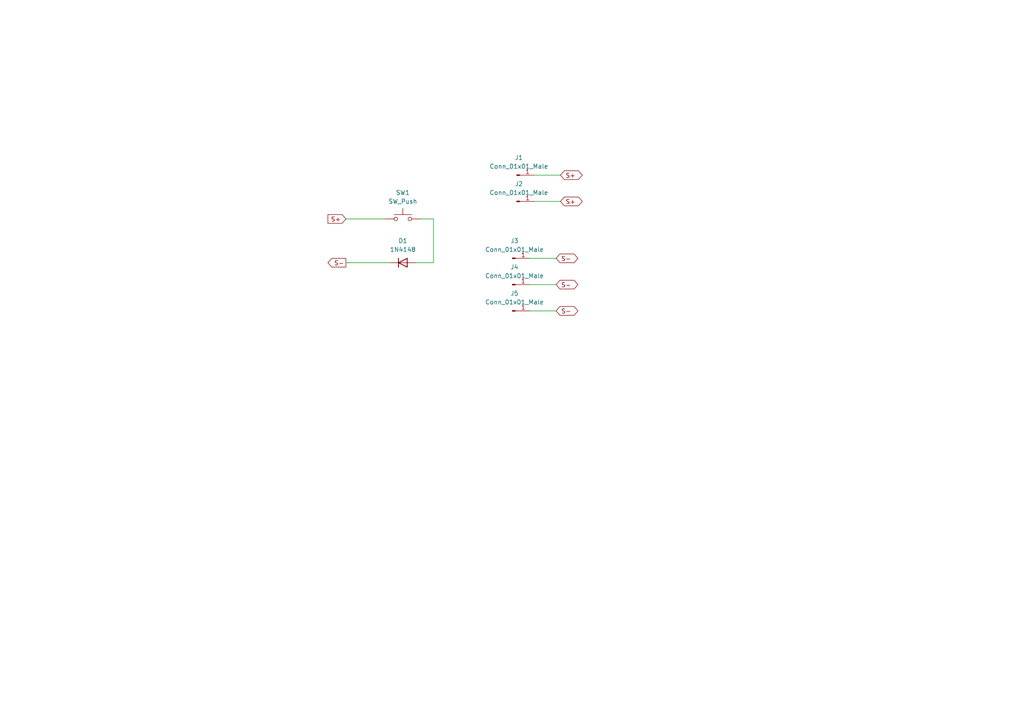
<source format=kicad_sch>
(kicad_sch (version 20211123) (generator eeschema)
  (paper "A4")
  (lib_symbols
    (symbol "Connector:Conn_01x01_Male" (pin_names (offset 1.016) hide)
      (property "Reference" "J" (at 0 2.54 0))
      (property "Value" "Conn_01x01_Male" (at 0 -2.54 0))
      (symbol "Conn_01x01_Male_1_1"
        (polyline (pts (xy 1.27 0) (xy 0.8636 0)) (stroke (width 0.1524)))
        (rectangle (start 0.8636 0.127) (end 0 -0.127) (stroke (width 0.1524)) (fill (type outline)))
        (pin passive line (at 5.08 0 180) (length 3.81) (name "Pin_1") (number "1"))
      )
    )
    (symbol "Diode:1N4148" (pin_numbers hide) (pin_names (offset 1.016) hide)
      (property "Reference" "D" (at 0 2.54 0))
      (property "Value" "1N4148" (at 0 -2.54 0))
      (symbol "1N4148_0_1"
        (polyline (pts (xy -1.27 1.27) (xy -1.27 -1.27)) (stroke (width 0.254)))
        (polyline (pts (xy 1.27 0) (xy -1.27 0)))
        (polyline (pts (xy 1.27 1.27) (xy 1.27 -1.27) (xy -1.27 0) (xy 1.27 1.27)) (stroke (width 0.254)))
      )
      (symbol "1N4148_1_1"
        (pin passive line (at -3.81 0 0) (length 2.54) (name "K") (number "1"))
        (pin passive line (at 3.81 0 180) (length 2.54) (name "A") (number "2"))
      )
    )
    (symbol "Switch:SW_Push" (pin_numbers hide) (pin_names (offset 1.016) hide)
      (property "Reference" "SW" (at 1.27 2.54 0))
      (property "Value" "SW_Push" (at 0 -1.524 0))
      (symbol "SW_Push_0_1"
        (circle (center -2.032 0) (radius 0.508))
        (polyline (pts (xy 0 1.27) (xy 0 3.048)))
        (polyline (pts (xy 2.54 1.27) (xy -2.54 1.27)))
        (circle (center 2.032 0) (radius 0.508))
        (pin passive line (at -5.08 0 0) (length 2.54) (name "1") (number "1"))
        (pin passive line (at 5.08 0 180) (length 2.54) (name "2") (number "2"))
      )
    )
  )
  (wire (pts (xy 154.94 50.8) (xy 162.56 50.8)))
  (wire (pts (xy 153.67 90.17) (xy 161.29 90.17)))
  (wire (pts (xy 153.67 82.55) (xy 161.29 82.55)))
  (wire (pts (xy 154.94 58.42) (xy 162.56 58.42)))
  (wire (pts (xy 125.73 63.5) (xy 125.73 76.2)))
  (wire (pts (xy 100.33 76.2) (xy 113.03 76.2)))
  (wire (pts (xy 121.92 63.5) (xy 125.73 63.5)))
  (wire (pts (xy 120.65 76.2) (xy 125.73 76.2)))
  (wire (pts (xy 153.67 74.93) (xy 161.29 74.93)))
  (wire (pts (xy 100.33 63.5) (xy 111.76 63.5)))
  (global_label "S+" (shape bidirectional) (at 162.56 50.8 0) (property "插入圖紙頁參考" "${INTERSHEET_REFS}" (effects hide)))
  (global_label "S-" (shape bidirectional) (at 161.29 74.93 0) (property "插入圖紙頁參考" "${INTERSHEET_REFS}" (effects hide)))
  (global_label "S+" (shape input) (at 100.33 63.5 180) (property "插入圖紙頁參考" "${INTERSHEET_REFS}" (effects hide)))
  (global_label "S-" (shape bidirectional) (at 161.29 82.55 0) (property "插入圖紙頁參考" "${INTERSHEET_REFS}" (effects hide)))
  (global_label "S-" (shape output) (at 100.33 76.2 180) (property "插入圖紙頁參考" "${INTERSHEET_REFS}" (effects hide)))
  (global_label "S-" (shape bidirectional) (at 161.29 90.17 0) (property "插入圖紙頁參考" "${INTERSHEET_REFS}" (effects hide)))
  (global_label "S+" (shape bidirectional) (at 162.56 58.42 0) (property "插入圖紙頁參考" "${INTERSHEET_REFS}" (effects hide)))
  (symbol (lib_id "Diode:1N4148") (at 116.84 76.2 0) (unit 1)
    (property "Reference" "D1" (at 116.84 69.85 0))
    (property "Value" "1N4148" (at 116.84 72.39 0))
    (property "Footprint" "Diode_SMD:D_SOD-323" (effects hide))
    (property "Datasheet" "https://assets.nexperia.com/documents/data-sheet/1N4148_1N4448.pdf" (effects hide))
  )
  (symbol (lib_id "Connector:Conn_01x01_Male") (at 149.86 50.8 0) (unit 1)
    (property "Reference" "J1" (at 150.495 45.72 0))
    (property "Value" "Conn_01x01_Male" (at 150.495 48.26 0))
    (property "Footprint" "Connector_PinSocket_2.00mm:PinSocket_1x01_P2.00mm_Vertical" (effects hide))
  )
  (symbol (lib_id "Connector:Conn_01x01_Male") (at 149.86 58.42 0) (unit 1)
    (property "Reference" "J2" (at 150.495 53.34 0))
    (property "Value" "Conn_01x01_Male" (at 150.495 55.88 0))
    (property "Footprint" "Connector_PinSocket_2.00mm:PinSocket_1x01_P2.00mm_Vertical" (effects hide))
  )
  (symbol (lib_id "Switch:SW_Push") (at 116.84 63.5 0) (unit 1)
    (property "Reference" "SW1" (at 116.84 55.88 0))
    (property "Value" "SW_Push" (at 116.84 58.42 0))
    (property "Footprint" "Switch_Keyboard_Hotswap_Kailh.pretty:SW_Hotswap_Kailh_MX" (effects hide))
  )
  (symbol (lib_id "Connector:Conn_01x01_Male") (at 148.59 82.55 0) (unit 1)
    (property "Reference" "J4" (at 149.225 77.47 0))
    (property "Value" "Conn_01x01_Male" (at 149.225 80.01 0))
    (property "Footprint" "Connector_PinSocket_2.00mm:PinSocket_1x01_P2.00mm_Vertical" (effects hide))
  )
  (symbol (lib_id "Connector:Conn_01x01_Male") (at 148.59 90.17 0) (unit 1)
    (property "Reference" "J5" (at 149.225 85.09 0))
    (property "Value" "Conn_01x01_Male" (at 149.225 87.63 0))
    (property "Footprint" "Connector_PinSocket_2.00mm:PinSocket_1x01_P2.00mm_Vertical" (effects hide))
  )
  (symbol (lib_id "Connector:Conn_01x01_Male") (at 148.59 74.93 0) (unit 1)
    (property "Reference" "J3" (at 149.225 69.85 0))
    (property "Value" "Conn_01x01_Male" (at 149.225 72.39 0))
    (property "Footprint" "Connector_PinSocket_2.00mm:PinSocket_1x01_P2.00mm_Vertical" (effects hide))
  )
)
</source>
